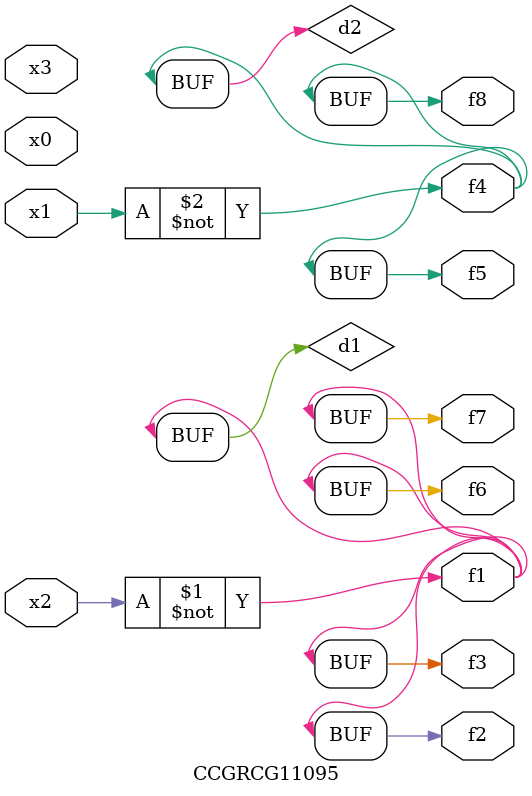
<source format=v>
module CCGRCG11095(
	input x0, x1, x2, x3,
	output f1, f2, f3, f4, f5, f6, f7, f8
);

	wire d1, d2;

	xnor (d1, x2);
	not (d2, x1);
	assign f1 = d1;
	assign f2 = d1;
	assign f3 = d1;
	assign f4 = d2;
	assign f5 = d2;
	assign f6 = d1;
	assign f7 = d1;
	assign f8 = d2;
endmodule

</source>
